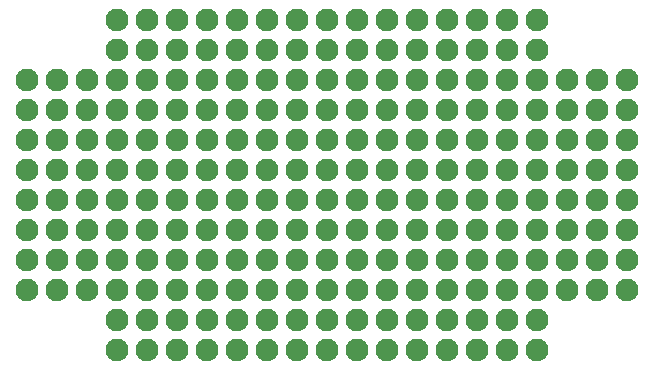
<source format=gbr>
G04 EAGLE Gerber RS-274X export*
G75*
%MOMM*%
%FSLAX34Y34*%
%LPD*%
%INTop Copper*%
%IPPOS*%
%AMOC8*
5,1,8,0,0,1.08239X$1,22.5*%
G01*
%ADD10C,1.930400*%


D10*
X-177800Y-139700D03*
X-177800Y-114300D03*
X-177800Y-88900D03*
X-177800Y-63500D03*
X-177800Y-38100D03*
X-152400Y-139700D03*
X-152400Y-114300D03*
X-152400Y-88900D03*
X-152400Y-63500D03*
X-152400Y-38100D03*
X-127000Y-139700D03*
X-127000Y-114300D03*
X-127000Y-88900D03*
X-127000Y-63500D03*
X-127000Y-38100D03*
X-101600Y-139700D03*
X-101600Y-114300D03*
X-101600Y-88900D03*
X-101600Y-63500D03*
X-101600Y-38100D03*
X-76200Y-139700D03*
X-76200Y-114300D03*
X-76200Y-88900D03*
X-76200Y-63500D03*
X-76200Y-38100D03*
X-50800Y-139700D03*
X-50800Y-114300D03*
X-50800Y-88900D03*
X-50800Y-63500D03*
X-50800Y-38100D03*
X0Y-139700D03*
X0Y-114300D03*
X0Y-88900D03*
X0Y-63500D03*
X0Y-38100D03*
X-25400Y-139700D03*
X-25400Y-114300D03*
X-25400Y-88900D03*
X-25400Y-63500D03*
X-25400Y-38100D03*
X25400Y-139700D03*
X25400Y-114300D03*
X25400Y-88900D03*
X25400Y-63500D03*
X25400Y-38100D03*
X50800Y-139700D03*
X50800Y-114300D03*
X50800Y-88900D03*
X50800Y-63500D03*
X50800Y-38100D03*
X76200Y-139700D03*
X76200Y-114300D03*
X76200Y-88900D03*
X76200Y-63500D03*
X76200Y-38100D03*
X101600Y-139700D03*
X101600Y-114300D03*
X101600Y-88900D03*
X101600Y-63500D03*
X101600Y-38100D03*
X127000Y-139700D03*
X127000Y-114300D03*
X127000Y-88900D03*
X127000Y-63500D03*
X127000Y-38100D03*
X152400Y-139700D03*
X152400Y-114300D03*
X152400Y-88900D03*
X152400Y-63500D03*
X152400Y-38100D03*
X177800Y-139700D03*
X177800Y-114300D03*
X177800Y-88900D03*
X177800Y-63500D03*
X177800Y-38100D03*
X177800Y139700D03*
X177800Y114300D03*
X177800Y88900D03*
X177800Y63500D03*
X177800Y38100D03*
X127000Y139700D03*
X127000Y114300D03*
X127000Y88900D03*
X127000Y63500D03*
X127000Y38100D03*
X152400Y139700D03*
X152400Y114300D03*
X152400Y88900D03*
X152400Y63500D03*
X152400Y38100D03*
X101600Y139700D03*
X101600Y114300D03*
X101600Y88900D03*
X101600Y63500D03*
X101600Y38100D03*
X76200Y139700D03*
X76200Y114300D03*
X76200Y88900D03*
X76200Y63500D03*
X76200Y38100D03*
X25400Y139700D03*
X25400Y114300D03*
X25400Y88900D03*
X25400Y63500D03*
X25400Y38100D03*
X50800Y139700D03*
X50800Y114300D03*
X50800Y88900D03*
X50800Y63500D03*
X50800Y38100D03*
X0Y139700D03*
X0Y114300D03*
X0Y88900D03*
X0Y38100D03*
X0Y63500D03*
X-25400Y139700D03*
X-25400Y114300D03*
X-25400Y88900D03*
X-25400Y63500D03*
X-25400Y38100D03*
X-50800Y139700D03*
X-50800Y114300D03*
X-50800Y88900D03*
X-50800Y63500D03*
X-50800Y38100D03*
X-76200Y139700D03*
X-76200Y114300D03*
X-76200Y88900D03*
X-76200Y63500D03*
X-76200Y38100D03*
X-127000Y139700D03*
X-127000Y114300D03*
X-127000Y88900D03*
X-127000Y63500D03*
X-127000Y38100D03*
X-101600Y139700D03*
X-101600Y114300D03*
X-101600Y88900D03*
X-101600Y63500D03*
X-101600Y38100D03*
X-152400Y139700D03*
X-152400Y114300D03*
X-152400Y88900D03*
X-152400Y63500D03*
X-152400Y38100D03*
X-177800Y139700D03*
X-177800Y114300D03*
X-177800Y88900D03*
X-177800Y63500D03*
X-177800Y38100D03*
X177800Y-12700D03*
X152400Y-12700D03*
X127000Y-12700D03*
X101600Y-12700D03*
X76200Y-12700D03*
X50800Y-12700D03*
X0Y-12700D03*
X25400Y-12700D03*
X-25400Y-12700D03*
X-50800Y-12700D03*
X-76200Y-12700D03*
X-101600Y-12700D03*
X-127000Y-12700D03*
X-152400Y-12700D03*
X-177800Y-12700D03*
X177800Y12700D03*
X152400Y12700D03*
X127000Y12700D03*
X101600Y12700D03*
X76200Y12700D03*
X50800Y12700D03*
X0Y12700D03*
X25400Y12700D03*
X-25400Y12700D03*
X-50800Y12700D03*
X-76200Y12700D03*
X-101600Y12700D03*
X-127000Y12700D03*
X-152400Y12700D03*
X-177800Y12700D03*
X-203200Y88900D03*
X-203200Y63500D03*
X-203200Y38100D03*
X-228600Y38100D03*
X-228600Y63500D03*
X-228600Y88900D03*
X-254000Y88900D03*
X-254000Y63500D03*
X-254000Y38100D03*
X-254000Y12700D03*
X-228600Y12700D03*
X-203200Y12700D03*
X-203200Y-12700D03*
X-228600Y-12700D03*
X-254000Y-12700D03*
X-254000Y-38100D03*
X-228600Y-38100D03*
X-203200Y-38100D03*
X-203200Y-63500D03*
X-228600Y-63500D03*
X-254000Y-63500D03*
X-254000Y-88900D03*
X-228600Y-88900D03*
X-203200Y-88900D03*
X203200Y88900D03*
X203200Y63500D03*
X203200Y38100D03*
X228600Y38100D03*
X228600Y63500D03*
X228600Y88900D03*
X254000Y88900D03*
X254000Y63500D03*
X254000Y38100D03*
X254000Y12700D03*
X254000Y-12700D03*
X254000Y-38100D03*
X254000Y-63500D03*
X254000Y-88900D03*
X228600Y-88900D03*
X203200Y-88900D03*
X228600Y-63500D03*
X203200Y-63500D03*
X203200Y-38100D03*
X228600Y-38100D03*
X228600Y-12700D03*
X203200Y-12700D03*
X203200Y12700D03*
X228600Y12700D03*
M02*

</source>
